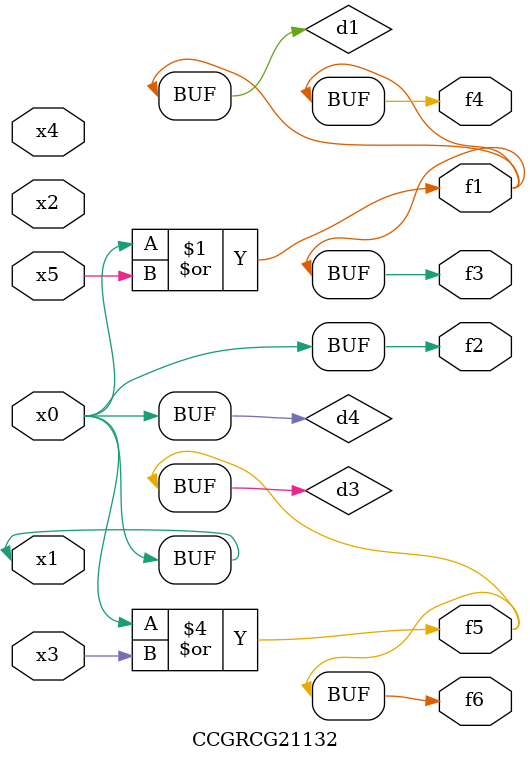
<source format=v>
module CCGRCG21132(
	input x0, x1, x2, x3, x4, x5,
	output f1, f2, f3, f4, f5, f6
);

	wire d1, d2, d3, d4;

	or (d1, x0, x5);
	xnor (d2, x1, x4);
	or (d3, x0, x3);
	buf (d4, x0, x1);
	assign f1 = d1;
	assign f2 = d4;
	assign f3 = d1;
	assign f4 = d1;
	assign f5 = d3;
	assign f6 = d3;
endmodule

</source>
